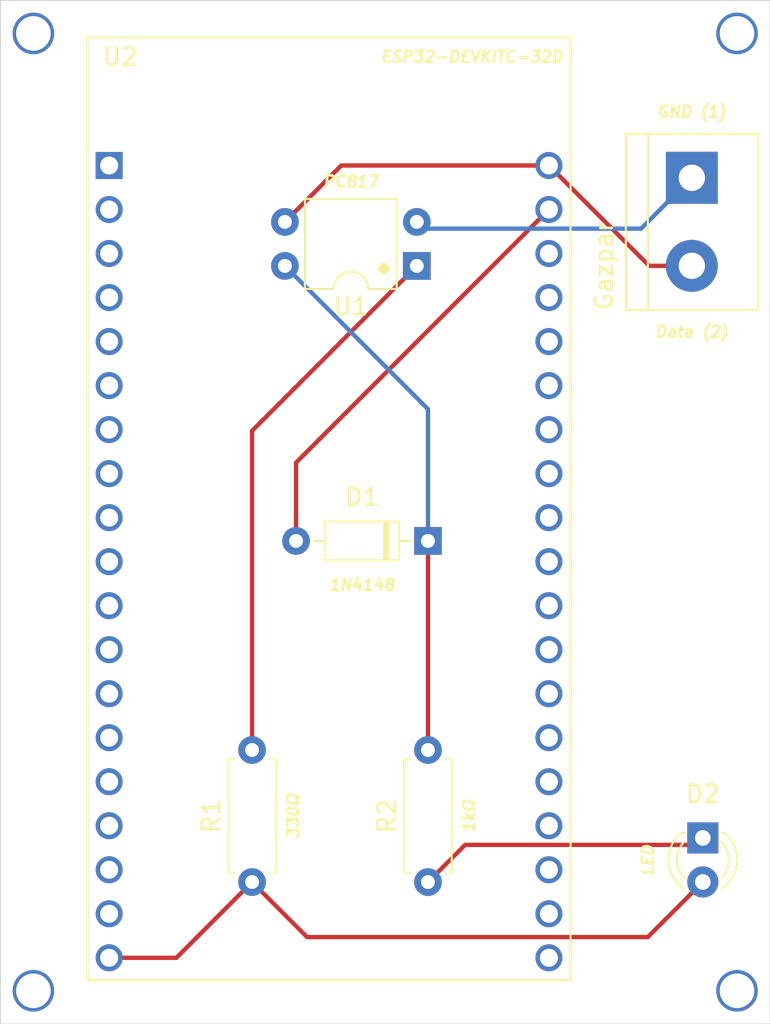
<source format=kicad_pcb>
(kicad_pcb (version 20211014) (generator pcbnew)
  (layers (0 "F.Cu" signal) (31 "B.Cu" signal) (34 "B.Paste" user) (35 "F.Paste" user) (36 "B.SilkS" user "B.Silkscreen") (37 "F.SilkS" user "F.Silkscreen") (38 "B.Mask" user) (39 "F.Mask" user) (44 "Edge.Cuts" user))
  (net 0 "")
  (net 1 "Net-(R1-Pad2)")
  (net 2 "Net-(D2-Pad1)")
  (net 3 "Net-(D1-Pad1)")
  (net 4 "Net-(Gazpar1-Pad1)")
  (net 5 "Net-(D1-Pad2)")
  (net 10 "Net-(D2-Pad2)")
  (net 11 "Net-(Gazpar1-Pad2)")
  (footprint "LED_THT:LED_D3.0mm" (layer "F.Cu") (at 186.62 87.7 -90)
    (fp_text reference "D2" (at -2.535 0 180) (layer "F.SilkS"))
    (fp_text value "LED" (at 1.275 3.175 90) (layer "F.SilkS") (effects (font (size 0.65 0.65) (thickness 0.15) italic)))
    (fp_line (start -0.29 -1.236) (end -0.29 -1.08) (layer "F.SilkS") (width 0.12))
    (fp_line (start -0.29 1.08) (end -0.29 1.236) (layer "F.SilkS") (width 0.12))
    (fp_arc (start -0.29 -1.235516) (mid 1.366487 -1.987659) (end 2.942335 -1.078608) (layer "F.SilkS") (width 0.12))
    (fp_arc (start 2.942335 1.078608) (mid 1.366487 1.987659) (end -0.29 1.235516) (layer "F.SilkS") (width 0.12))
    (fp_arc (start 0.229039 -1.08) (mid 1.270117 -1.5) (end 2.31113 -1.079837) (layer "F.SilkS") (width 0.12))
    (fp_arc (start 2.31113 1.079837) (mid 1.270117 1.5) (end 0.229039 1.08) (layer "F.SilkS") (width 0.12))
    (pad "1" thru_hole rect (at 0 0 270) (size 1.8 1.8) (drill 0.9) (layers *.Cu *.Mask) (net 2 "Net-(D2-Pad1)"))
    (pad "2" thru_hole circle (at 2.54 0 270) (size 1.8 1.8) (drill 0.9) (layers *.Cu *.Mask) (net 10 "Net-(D2-Pad2)"))
  )
  (footprint "Diode_THT:D_DO-35_SOD27_P7.62mm_Horizontal" (layer "F.Cu") (at 170.745 70.56 180)
    (fp_text reference "D1" (at 3.81 2.54) (layer "F.SilkS"))
    (fp_text value "1N4148" (at 3.81 -2.54) (layer "F.SilkS") (effects (font (size 0.65 0.65) (thickness 0.15) italic)))
    (fp_line (start 5.93 -1.12) (end 1.69 -1.12) (layer "F.SilkS") (width 0.12))
    (fp_line (start 2.41 -1.12) (end 2.41 1.12) (layer "F.SilkS") (width 0.12))
    (fp_line (start 6.58 0) (end 5.93 0) (layer "F.SilkS") (width 0.12))
    (fp_line (start 1.69 -1.12) (end 1.69 1.12) (layer "F.SilkS") (width 0.12))
    (fp_line (start 1.69 1.12) (end 5.93 1.12) (layer "F.SilkS") (width 0.12))
    (fp_line (start 5.93 1.12) (end 5.93 -1.12) (layer "F.SilkS") (width 0.12))
    (fp_line (start 1.04 0) (end 1.69 0) (layer "F.SilkS") (width 0.12))
    (fp_line (start 2.29 -1.12) (end 2.29 1.12) (layer "F.SilkS") (width 0.12))
    (fp_line (start 2.53 -1.12) (end 2.53 1.12) (layer "F.SilkS") (width 0.12))
    (pad "1" thru_hole rect (at 0 0 180) (size 1.6 1.6) (drill 0.8) (layers *.Cu *.Mask) (net 3 "Net-(D1-Pad1)"))
    (pad "2" thru_hole oval (at 7.62 0 180) (size 1.6 1.6) (drill 0.8) (layers *.Cu *.Mask) (net 5 "Net-(D1-Pad2)"))
  )
  (footprint "ESP32-DEVKITC-32D:MODULE_ESP32-DEVKITC-32D" (layer "F.Cu") (at 165.03 68.655)
    (fp_text reference "U2" (at -12.065 -26.035) (layer "F.SilkS") (effects (font (size 1.000386 1.000386))))
    (fp_text value "ESP32-DEVKITC-32D" (at 8.255 -26.035) (layer "F.SilkS") (effects (font (size 0.65 0.65) (thickness 0.15) italic)))
    (fp_line (start -13.95 -27.15) (end 13.95 -27.15) (layer "F.SilkS") (width 0.127))
    (fp_line (start -13.95 27.25) (end -13.95 -27.15) (layer "F.SilkS") (width 0.127))
    (fp_line (start 13.95 27.25) (end -13.95 27.25) (layer "F.SilkS") (width 0.127))
    (fp_line (start 13.95 -27.15) (end 13.95 27.25) (layer "F.SilkS") (width 0.127))
    (pad "1" thru_hole rect locked (at -12.7 -19.76) (size 1.56 1.56) (drill 1.04) (layers *.Cu *.Mask))
    (pad "2" thru_hole circle locked (at -12.7 -17.22) (size 1.56 1.56) (drill 1.04) (layers *.Cu *.Mask))
    (pad "3" thru_hole circle locked (at -12.7 -14.68) (size 1.56 1.56) (drill 1.04) (layers *.Cu *.Mask))
    (pad "4" thru_hole circle locked (at -12.7 -12.14) (size 1.56 1.56) (drill 1.04) (layers *.Cu *.Mask))
    (pad "5" thru_hole circle locked (at -12.7 -9.6) (size 1.56 1.56) (drill 1.04) (layers *.Cu *.Mask))
    (pad "6" thru_hole circle locked (at -12.7 -7.06) (size 1.56 1.56) (drill 1.04) (layers *.Cu *.Mask))
    (pad "7" thru_hole circle locked (at -12.7 -4.52) (size 1.56 1.56) (drill 1.04) (layers *.Cu *.Mask))
    (pad "8" thru_hole circle locked (at -12.7 -1.98) (size 1.56 1.56) (drill 1.04) (layers *.Cu *.Mask))
    (pad "9" thru_hole circle locked (at -12.7 0.56) (size 1.56 1.56) (drill 1.04) (layers *.Cu *.Mask))
    (pad "10" thru_hole circle locked (at -12.7 3.1) (size 1.56 1.56) (drill 1.04) (layers *.Cu *.Mask))
    (pad "11" thru_hole circle locked (at -12.7 5.64) (size 1.56 1.56) (drill 1.04) (layers *.Cu *.Mask))
    (pad "12" thru_hole circle locked (at -12.7 8.18) (size 1.56 1.56) (drill 1.04) (layers *.Cu *.Mask))
    (pad "13" thru_hole circle locked (at -12.7 10.72) (size 1.56 1.56) (drill 1.04) (layers *.Cu *.Mask))
    (pad "14" thru_hole circle locked (at -12.7 13.26) (size 1.56 1.56) (drill 1.04) (layers *.Cu *.Mask))
    (pad "15" thru_hole circle locked (at -12.7 15.8) (size 1.56 1.56) (drill 1.04) (layers *.Cu *.Mask))
    (pad "16" thru_hole circle locked (at -12.7 18.34) (size 1.56 1.56) (drill 1.04) (layers *.Cu *.Mask))
    (pad "17" thru_hole circle locked (at -12.7 20.88) (size 1.56 1.56) (drill 1.04) (layers *.Cu *.Mask))
    (pad "18" thru_hole circle locked (at -12.7 23.42) (size 1.56 1.56) (drill 1.04) (layers *.Cu *.Mask))
    (pad "19" thru_hole circle locked (at -12.7 25.96) (size 1.56 1.56) (drill 1.04) (layers *.Cu *.Mask) (net 10 "Net-(D2-Pad2)"))
    (pad "20" thru_hole circle locked (at 12.7 -19.76) (size 1.56 1.56) (drill 1.04) (layers *.Cu *.Mask) (net 11 "Net-(Gazpar1-Pad2)"))
    (pad "21" thru_hole circle locked (at 12.7 -17.22) (size 1.56 1.56) (drill 1.04) (layers *.Cu *.Mask) (net 5 "Net-(D1-Pad2)"))
    (pad "22" thru_hole circle locked (at 12.7 -14.68) (size 1.56 1.56) (drill 1.04) (layers *.Cu *.Mask))
    (pad "23" thru_hole circle locked (at 12.7 -12.14) (size 1.56 1.56) (drill 1.04) (layers *.Cu *.Mask))
    (pad "24" thru_hole circle locked (at 12.7 -9.6) (size 1.56 1.56) (drill 1.04) (layers *.Cu *.Mask))
    (pad "25" thru_hole circle locked (at 12.7 -7.06) (size 1.56 1.56) (drill 1.04) (layers *.Cu *.Mask))
    (pad "26" thru_hole circle locked (at 12.7 -4.52) (size 1.56 1.56) (drill 1.04) (layers *.Cu *.Mask))
    (pad "27" thru_hole circle locked (at 12.7 -1.98) (size 1.56 1.56) (drill 1.04) (layers *.Cu *.Mask))
    (pad "28" thru_hole circle locked (at 12.7 0.56) (size 1.56 1.56) (drill 1.04) (layers *.Cu *.Mask))
    (pad "29" thru_hole circle locked (at 12.7 3.1) (size 1.56 1.56) (drill 1.04) (layers *.Cu *.Mask))
    (pad "30" thru_hole circle locked (at 12.7 5.64) (size 1.56 1.56) (drill 1.04) (layers *.Cu *.Mask))
    (pad "31" thru_hole circle locked (at 12.7 8.18) (size 1.56 1.56) (drill 1.04) (layers *.Cu *.Mask))
    (pad "32" thru_hole circle locked (at 12.7 10.72) (size 1.56 1.56) (drill 1.04) (layers *.Cu *.Mask))
    (pad "33" thru_hole circle locked (at 12.7 13.26) (size 1.56 1.56) (drill 1.04) (layers *.Cu *.Mask))
    (pad "34" thru_hole circle locked (at 12.7 15.8) (size 1.56 1.56) (drill 1.04) (layers *.Cu *.Mask))
    (pad "35" thru_hole circle locked (at 12.7 18.34) (size 1.56 1.56) (drill 1.04) (layers *.Cu *.Mask))
    (pad "36" thru_hole circle locked (at 12.7 20.88) (size 1.56 1.56) (drill 1.04) (layers *.Cu *.Mask))
    (pad "37" thru_hole circle locked (at 12.7 23.42) (size 1.56 1.56) (drill 1.04) (layers *.Cu *.Mask))
    (pad "38" thru_hole circle locked (at 12.7 25.96) (size 1.56 1.56) (drill 1.04) (layers *.Cu *.Mask))
  )
  (footprint "Resistor_THT:R_Axial_DIN0207_L6.3mm_D2.5mm_P7.62mm_Horizontal" (layer "F.Cu") (at 160.585 90.245 90)
    (fp_text reference "R1" (at 3.81 -2.37 90) (layer "F.SilkS"))
    (fp_text value "330Ω" (at 3.81 2.37 90) (layer "F.SilkS") (effects (font (size 0.65 0.65) (thickness 0.15) italic)))
    (fp_line (start 0.54 -1.37) (end 7.08 -1.37) (layer "F.SilkS") (width 0.12))
    (fp_line (start 0.54 -1.04) (end 0.54 -1.37) (layer "F.SilkS") (width 0.12))
    (fp_line (start 0.54 1.37) (end 7.08 1.37) (layer "F.SilkS") (width 0.12))
    (fp_line (start 7.08 1.37) (end 7.08 1.04) (layer "F.SilkS") (width 0.12))
    (fp_line (start 0.54 1.04) (end 0.54 1.37) (layer "F.SilkS") (width 0.12))
    (fp_line (start 7.08 -1.37) (end 7.08 -1.04) (layer "F.SilkS") (width 0.12))
    (pad "1" thru_hole circle (at 0 0 90) (size 1.6 1.6) (drill 0.8) (layers *.Cu *.Mask) (net 10 "Net-(D2-Pad2)"))
    (pad "2" thru_hole oval (at 7.62 0 90) (size 1.6 1.6) (drill 0.8) (layers *.Cu *.Mask) (net 1 "Net-(R1-Pad2)"))
  )
  (footprint "Package_DIP:DIP-4_W7.62mm" (layer "F.Cu") (at 170.1 54.69 180)
    (fp_text reference "U1" (at 3.81 -2.33) (layer "F.SilkS"))
    (fp_text value "PC817" (at 3.81 4.87) (layer "F.SilkS") (effects (font (size 0.65 0.65) (thickness 0.15) italic)))
    (fp_line (start 6.46 3.87) (end 6.46 -1.33) (layer "F.SilkS") (width 0.12))
    (fp_line (start 1.16 -1.33) (end 1.16 3.87) (layer "F.SilkS") (width 0.12))
    (fp_line (start 6.46 -1.33) (end 4.81 -1.33) (layer "F.SilkS") (width 0.12))
    (fp_line (start 2.81 -1.33) (end 1.16 -1.33) (layer "F.SilkS") (width 0.12))
    (fp_line (start 1.16 3.87) (end 6.46 3.87) (layer "F.SilkS") (width 0.12))
    (fp_arc (start 4.81 -1.33) (mid 3.81 -0.33) (end 2.81 -1.33) (layer "F.SilkS") (width 0.12))
    (pad "1" thru_hole rect (at 0 0 180) (size 1.6 1.6) (drill 0.8) (layers *.Cu *.Mask) (net 1 "Net-(R1-Pad2)"))
    (pad "2" thru_hole oval (at 0 2.54 180) (size 1.6 1.6) (drill 0.8) (layers *.Cu *.Mask) (net 4 "Net-(Gazpar1-Pad1)"))
    (pad "3" thru_hole oval (at 7.62 2.54 180) (size 1.6 1.6) (drill 0.8) (layers *.Cu *.Mask) (net 11 "Net-(Gazpar1-Pad2)"))
    (pad "4" thru_hole oval (at 7.62 0 180) (size 1.6 1.6) (drill 0.8) (layers *.Cu *.Mask) (net 3 "Net-(D1-Pad1)"))
  )
  (footprint "TerminalBlock:TerminalBlock_bornier-2_P5.08mm" (layer "F.Cu") (at 185.985 49.605 -90)
    (fp_text reference "Gazpar" (at 5.08 5.08 90) (layer "F.SilkS"))
    (fp_text value "G-")
    (fp_line (start 7.62 -3.81) (end -2.54 -3.81) (layer "F.SilkS") (width 0.12))
    (fp_line (start -2.54 -3.81) (end -2.54 3.81) (layer "F.SilkS") (width 0.12))
    (fp_line (start 7.62 2.54) (end -2.54 2.54) (layer "F.SilkS") (width 0.12))
    (fp_line (start -2.54 3.81) (end 7.62 3.81) (layer "F.SilkS") (width 0.12))
    (fp_line (start 7.62 3.81) (end 7.62 -3.81) (layer "F.SilkS") (width 0.12))
    (pad "1" thru_hole rect (at 0 0 270) (size 3 3) (drill 1.52) (layers *.Cu *.Mask) (net 4 "Net-(Gazpar1-Pad1)"))
    (pad "2" thru_hole circle (at 5.08 0 270) (size 3 3) (drill 1.52) (layers *.Cu *.Mask) (net 11 "Net-(Gazpar1-Pad2)"))
  )
  (footprint "Resistor_THT:R_Axial_DIN0207_L6.3mm_D2.5mm_P7.62mm_Horizontal" (layer "F.Cu") (at 170.745 90.245 90)
    (fp_text reference "R2" (at 3.81 -2.37 90) (layer "F.SilkS"))
    (fp_text value "1kΩ" (at 3.81 2.37 90) (layer "F.SilkS") (effects (font (size 0.65 0.65) (thickness 0.15) italic)))
    (fp_line (start 7.08 -1.37) (end 7.08 -1.04) (layer "F.SilkS") (width 0.12))
    (fp_line (start 7.08 1.37) (end 7.08 1.04) (layer "F.SilkS") (width 0.12))
    (fp_line (start 0.54 -1.04) (end 0.54 -1.37) (layer "F.SilkS") (width 0.12))
    (fp_line (start 0.54 1.37) (end 7.08 1.37) (layer "F.SilkS") (width 0.12))
    (fp_line (start 0.54 -1.37) (end 7.08 -1.37) (layer "F.SilkS") (width 0.12))
    (fp_line (start 0.54 1.04) (end 0.54 1.37) (layer "F.SilkS") (width 0.12))
    (pad "1" thru_hole circle (at 0 0 90) (size 1.6 1.6) (drill 0.8) (layers *.Cu *.Mask) (net 2 "Net-(D2-Pad1)"))
    (pad "2" thru_hole oval (at 7.62 0 90) (size 1.6 1.6) (drill 0.8) (layers *.Cu *.Mask) (net 3 "Net-(D1-Pad1)"))
  )
  (gr_line (start 146.05 39.37) (end 146.05 98.425) (layer "Edge.Cuts") (width 0.05))
  (gr_line (start 146.05 39.37) (end 190.5 39.37) (layer "Edge.Cuts") (width 0.05))
  (gr_line (start 190.5 39.37) (end 190.5 98.425) (layer "Edge.Cuts") (width 0.05))
  (gr_line (start 146.05 98.425) (end 190.5 98.425) (layer "Edge.Cuts") (width 0.05))
  (gr_text "Data (2)" (at 185.985 58.495) (layer "F.SilkS") (effects (font (size 0.65 0.65) (thickness 0.15) italic)))
  (gr_text "." (at 168.205 54.05) (layer "F.SilkS") (effects (font (size 2 2) (thickness 0.5)) (justify mirror)))
  (gr_text "GND (1)" (at 185.985 45.795) (layer "F.SilkS") (effects (font (size 0.65 0.65) (thickness 0.15) italic)))
  (via (at 188.595 41.275) (size 2.4) (drill 2) (layers "F.Cu" "B.Cu") (net 0))
  (via (at 188.595 96.52) (size 2.4) (drill 2) (layers "F.Cu" "B.Cu") (net 0))
  (via (at 147.955 96.52) (size 2.4) (drill 2) (layers "F.Cu" "B.Cu") (net 0))
  (via (at 147.955 41.275) (size 2.4) (drill 2) (layers "F.Cu" "B.Cu") (net 0))
  (segment (start 170.1 54.69) (end 160.585 64.205) (width 0.25) (layer "F.Cu") (net 1))
  (segment (start 160.585 64.205) (end 160.585 82.625) (width 0.25) (layer "F.Cu") (net 1))
  (segment (start 172.890489 88.099511) (end 170.745 90.245) (width 0.25) (layer "F.Cu") (net 2))
  (segment (start 186.62 87.7) (end 186.220489 88.099511) (width 0.25) (layer "F.Cu") (net 2))
  (segment (start 186.220489 88.099511) (end 172.890489 88.099511) (width 0.25) (layer "F.Cu") (net 2))
  (segment (start 170.745 82.625) (end 170.745 70.56) (width 0.25) (layer "F.Cu") (net 3))
  (segment (start 170.745 62.955) (end 162.48 54.69) (width 0.25) (layer "B.Cu") (net 3))
  (segment (start 170.745 70.56) (end 170.745 62.955) (width 0.25) (layer "B.Cu") (net 3))
  (segment (start 183.050489 52.539511) (end 170.489511 52.539511) (width 0.25) (layer "B.Cu") (net 4))
  (segment (start 170.489511 52.539511) (end 170.1 52.15) (width 0.25) (layer "B.Cu") (net 4))
  (segment (start 185.985 49.605) (end 183.050489 52.539511) (width 0.25) (layer "B.Cu") (net 4))
  (segment (start 163.125 70.56) (end 163.125 66.04) (width 0.25) (layer "F.Cu") (net 5))
  (segment (start 163.125 66.04) (end 177.73 51.435) (width 0.25) (layer "F.Cu") (net 5))
  (segment (start 152.33 94.615) (end 156.215 94.615) (width 0.25) (layer "F.Cu") (net 10))
  (segment (start 156.215 94.615) (end 160.585 90.245) (width 0.25) (layer "F.Cu") (net 10))
  (segment (start 163.76 93.42) (end 160.585 90.245) (width 0.25) (layer "F.Cu") (net 10))
  (segment (start 186.62 90.24) (end 183.44 93.42) (width 0.25) (layer "F.Cu") (net 10))
  (segment (start 183.44 93.42) (end 163.76 93.42) (width 0.25) (layer "F.Cu") (net 10))
  (segment (start 185.985 54.685) (end 183.52 54.685) (width 0.25) (layer "F.Cu") (net 11))
  (segment (start 177.73 48.895) (end 165.735 48.895) (width 0.25) (layer "F.Cu") (net 11))
  (segment (start 165.735 48.895) (end 162.48 52.15) (width 0.25) (layer "F.Cu") (net 11))
  (segment (start 183.52 54.685) (end 177.73 48.895) (width 0.25) (layer "F.Cu") (net 11))
)
</source>
